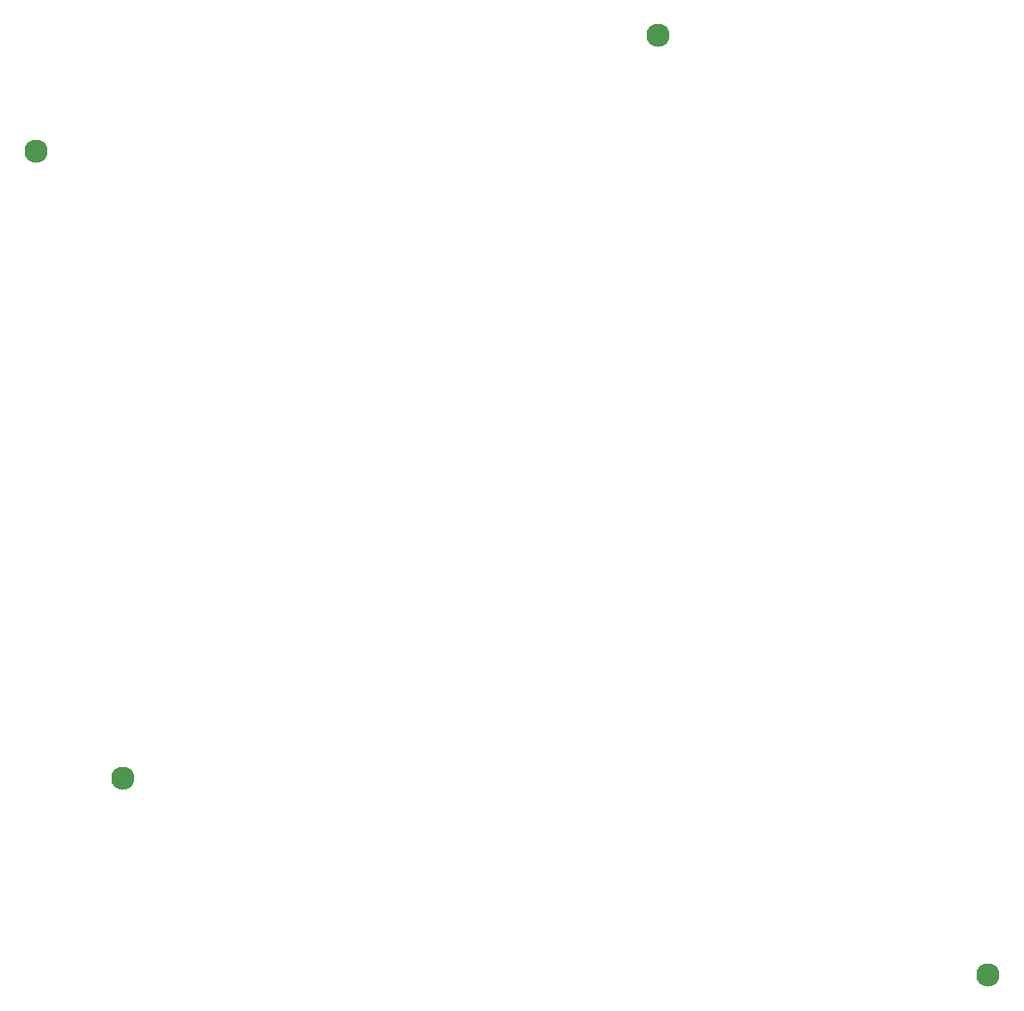
<source format=gbr>
%TF.GenerationSoftware,KiCad,Pcbnew,8.0.4*%
%TF.CreationDate,2024-11-04T11:06:48+01:00*%
%TF.ProjectId,Whiplaesh_bottom,57686970-6c61-4657-9368-5f626f74746f,0.1*%
%TF.SameCoordinates,Original*%
%TF.FileFunction,Soldermask,Bot*%
%TF.FilePolarity,Negative*%
%FSLAX46Y46*%
G04 Gerber Fmt 4.6, Leading zero omitted, Abs format (unit mm)*
G04 Created by KiCad (PCBNEW 8.0.4) date 2024-11-04 11:06:48*
%MOMM*%
%LPD*%
G01*
G04 APERTURE LIST*
%ADD10C,2.300000*%
G04 APERTURE END LIST*
D10*
%TO.C,H4*%
X52499569Y-116296129D03*
%TD*%
%TO.C,H1*%
X43949569Y-54546129D03*
%TD*%
%TO.C,H2*%
X105280000Y-43120000D03*
%TD*%
%TO.C,H3*%
X137750000Y-135750000D03*
%TD*%
M02*

</source>
